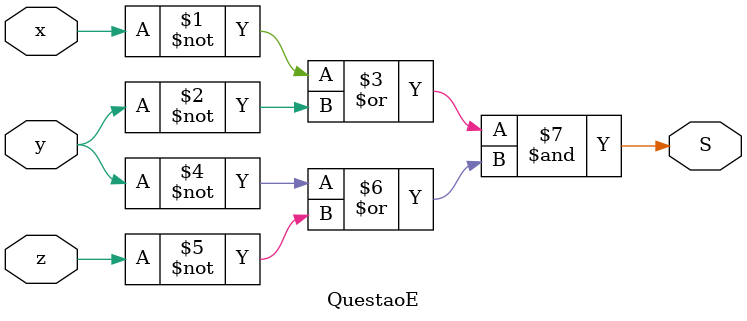
<source format=v>
/**
 * @file Guia_0401.v
 * @author 784778 - Wallace Freitas Oliveira (https://github.com/Olivwallace)
 * @brief Guia 04 Exercicio 01 - Arquitetura de Computadores I (PUC-Minas 1°/2023)
 * @date 03-03-2023
 */

 module QuestaoA(output S, input x, y, z);
    assign S = ~x & ~( ~y | z);
 endmodule

 module QuestaoB(output S, input x, y, z);
    assign S = ~( x | ~y) & ~z;
 endmodule

 module QuestaoC(output S, input x, y, z);
    assign S = ~( ~x & y) & z;
 endmodule

 module QuestaoD(output S, input x, y, z);
    assign S = (x & ~y) & ~z;
 endmodule

 module QuestaoE(output S, input x, y, z);
    assign S = (~x | ~y) & (~y | ~z);
 endmodule
</source>
